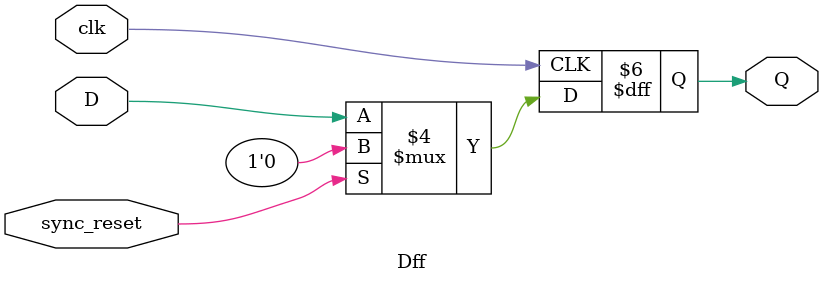
<source format=v>
module clocked_c17 (clk,sync_reset,N1,N2,N3,N6,N7,N22,N23);

input clk;

input sync_reset;

input N1,N2,N3,N6,N7;

output N22,N23;

wire N10,N11,N16,N19,Q1,Q2,Q3,Q6,Q7;

Dff dff_1 (.D(N1),
.clk(clk),
.sync_reset(sync_reset),
.Q(Q1));
Dff dff_2 (.D(N2),
.clk(clk),
.sync_reset(sync_reset),
.Q(Q2));
Dff dff_3 (.D(N3),
.clk(clk),
.sync_reset(sync_reset),
.Q(Q3));
Dff dff_4 (.D(N6),
.clk(clk),
.sync_reset(sync_reset),
.Q(Q6));
Dff dff_5 (.D(N7),
.clk(clk),
.sync_reset(sync_reset),
.Q(Q7));

nand NAND2_1 (N10, Q1, Q3);
nand NAND2_2 (N11, Q3, Q6);
nand NAND2_3 (N16, Q2, N11);
nand NAND2_4 (N19, N11, Q7);
nand NAND2_5 (N22, N10, N16);
nand NAND2_6 (N23, N16, N19);

endmodule


module Dff (D,clk,sync_reset,Q);
input D; // Data input
input clk; // clock input
input sync_reset; // synchronous reset
output reg Q; // output Q
always @(posedge clk)
begin
if(sync_reset==1'b1)
Q <= 1'b0;
else
Q <= D;
end

endmodule

</source>
